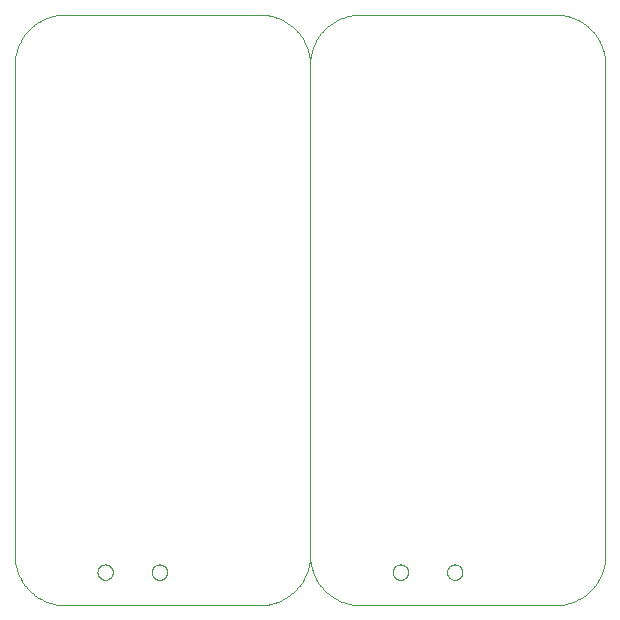
<source format=gko>
G75*
%MOIN*%
%OFA0B0*%
%FSLAX25Y25*%
%IPPOS*%
%LPD*%
%AMOC8*
5,1,8,0,0,1.08239X$1,22.5*
%
%ADD10C,0.00000*%
D10*
X0018503Y0060455D02*
X0083522Y0060455D01*
X0083926Y0060460D01*
X0084329Y0060475D01*
X0084732Y0060499D01*
X0085134Y0060533D01*
X0085535Y0060577D01*
X0085935Y0060630D01*
X0086334Y0060693D01*
X0086731Y0060766D01*
X0087126Y0060849D01*
X0087519Y0060940D01*
X0087910Y0061042D01*
X0088298Y0061152D01*
X0088684Y0061273D01*
X0089066Y0061402D01*
X0089445Y0061540D01*
X0089821Y0061688D01*
X0090193Y0061845D01*
X0090561Y0062010D01*
X0090925Y0062185D01*
X0091284Y0062368D01*
X0091639Y0062560D01*
X0091990Y0062761D01*
X0092335Y0062969D01*
X0092675Y0063186D01*
X0093010Y0063412D01*
X0093340Y0063645D01*
X0093663Y0063886D01*
X0093981Y0064135D01*
X0094293Y0064392D01*
X0094598Y0064656D01*
X0094897Y0064927D01*
X0095189Y0065205D01*
X0095475Y0065491D01*
X0095753Y0065783D01*
X0096024Y0066082D01*
X0096288Y0066387D01*
X0096545Y0066699D01*
X0096794Y0067017D01*
X0097035Y0067340D01*
X0097268Y0067670D01*
X0097494Y0068005D01*
X0097711Y0068345D01*
X0097919Y0068690D01*
X0098120Y0069041D01*
X0098312Y0069396D01*
X0098495Y0069755D01*
X0098670Y0070119D01*
X0098835Y0070487D01*
X0098992Y0070859D01*
X0099140Y0071235D01*
X0099278Y0071614D01*
X0099407Y0071996D01*
X0099528Y0072382D01*
X0099638Y0072770D01*
X0099740Y0073161D01*
X0099831Y0073554D01*
X0099914Y0073949D01*
X0099987Y0074346D01*
X0100050Y0074745D01*
X0100103Y0075145D01*
X0100147Y0075546D01*
X0100181Y0075948D01*
X0100205Y0076351D01*
X0100220Y0076754D01*
X0100225Y0077158D01*
X0100225Y0240602D01*
X0100225Y0077158D01*
X0100226Y0077158D02*
X0100231Y0076754D01*
X0100246Y0076351D01*
X0100270Y0075948D01*
X0100304Y0075546D01*
X0100348Y0075145D01*
X0100401Y0074745D01*
X0100464Y0074346D01*
X0100537Y0073949D01*
X0100620Y0073554D01*
X0100711Y0073161D01*
X0100813Y0072770D01*
X0100923Y0072382D01*
X0101044Y0071996D01*
X0101173Y0071614D01*
X0101311Y0071235D01*
X0101459Y0070859D01*
X0101616Y0070487D01*
X0101781Y0070119D01*
X0101956Y0069755D01*
X0102139Y0069396D01*
X0102331Y0069041D01*
X0102532Y0068690D01*
X0102740Y0068345D01*
X0102957Y0068005D01*
X0103183Y0067670D01*
X0103416Y0067340D01*
X0103657Y0067017D01*
X0103906Y0066699D01*
X0104163Y0066387D01*
X0104427Y0066082D01*
X0104698Y0065783D01*
X0104976Y0065491D01*
X0105262Y0065205D01*
X0105554Y0064927D01*
X0105853Y0064656D01*
X0106158Y0064392D01*
X0106470Y0064135D01*
X0106788Y0063886D01*
X0107111Y0063645D01*
X0107441Y0063412D01*
X0107776Y0063186D01*
X0108116Y0062969D01*
X0108461Y0062761D01*
X0108812Y0062560D01*
X0109167Y0062368D01*
X0109526Y0062185D01*
X0109890Y0062010D01*
X0110258Y0061845D01*
X0110630Y0061688D01*
X0111006Y0061540D01*
X0111385Y0061402D01*
X0111767Y0061273D01*
X0112153Y0061152D01*
X0112541Y0061042D01*
X0112932Y0060940D01*
X0113325Y0060849D01*
X0113720Y0060766D01*
X0114117Y0060693D01*
X0114516Y0060630D01*
X0114916Y0060577D01*
X0115317Y0060533D01*
X0115719Y0060499D01*
X0116122Y0060475D01*
X0116525Y0060460D01*
X0116929Y0060455D01*
X0181947Y0060455D01*
X0182351Y0060460D01*
X0182754Y0060475D01*
X0183157Y0060499D01*
X0183559Y0060533D01*
X0183960Y0060577D01*
X0184360Y0060630D01*
X0184759Y0060693D01*
X0185156Y0060766D01*
X0185551Y0060849D01*
X0185944Y0060940D01*
X0186335Y0061042D01*
X0186723Y0061152D01*
X0187109Y0061273D01*
X0187491Y0061402D01*
X0187870Y0061540D01*
X0188246Y0061688D01*
X0188618Y0061845D01*
X0188986Y0062010D01*
X0189350Y0062185D01*
X0189709Y0062368D01*
X0190064Y0062560D01*
X0190415Y0062761D01*
X0190760Y0062969D01*
X0191100Y0063186D01*
X0191435Y0063412D01*
X0191765Y0063645D01*
X0192088Y0063886D01*
X0192406Y0064135D01*
X0192718Y0064392D01*
X0193023Y0064656D01*
X0193322Y0064927D01*
X0193614Y0065205D01*
X0193900Y0065491D01*
X0194178Y0065783D01*
X0194449Y0066082D01*
X0194713Y0066387D01*
X0194970Y0066699D01*
X0195219Y0067017D01*
X0195460Y0067340D01*
X0195693Y0067670D01*
X0195919Y0068005D01*
X0196136Y0068345D01*
X0196344Y0068690D01*
X0196545Y0069041D01*
X0196737Y0069396D01*
X0196920Y0069755D01*
X0197095Y0070119D01*
X0197260Y0070487D01*
X0197417Y0070859D01*
X0197565Y0071235D01*
X0197703Y0071614D01*
X0197832Y0071996D01*
X0197953Y0072382D01*
X0198063Y0072770D01*
X0198165Y0073161D01*
X0198256Y0073554D01*
X0198339Y0073949D01*
X0198412Y0074346D01*
X0198475Y0074745D01*
X0198528Y0075145D01*
X0198572Y0075546D01*
X0198606Y0075948D01*
X0198630Y0076351D01*
X0198645Y0076754D01*
X0198650Y0077158D01*
X0198650Y0240602D01*
X0198645Y0241006D01*
X0198630Y0241409D01*
X0198606Y0241812D01*
X0198572Y0242214D01*
X0198528Y0242615D01*
X0198475Y0243015D01*
X0198412Y0243414D01*
X0198339Y0243811D01*
X0198256Y0244206D01*
X0198165Y0244599D01*
X0198063Y0244990D01*
X0197953Y0245378D01*
X0197832Y0245764D01*
X0197703Y0246146D01*
X0197565Y0246525D01*
X0197417Y0246901D01*
X0197260Y0247273D01*
X0197095Y0247641D01*
X0196920Y0248005D01*
X0196737Y0248364D01*
X0196545Y0248719D01*
X0196344Y0249070D01*
X0196136Y0249415D01*
X0195919Y0249755D01*
X0195693Y0250090D01*
X0195460Y0250420D01*
X0195219Y0250743D01*
X0194970Y0251061D01*
X0194713Y0251373D01*
X0194449Y0251678D01*
X0194178Y0251977D01*
X0193900Y0252269D01*
X0193614Y0252555D01*
X0193322Y0252833D01*
X0193023Y0253104D01*
X0192718Y0253368D01*
X0192406Y0253625D01*
X0192088Y0253874D01*
X0191765Y0254115D01*
X0191435Y0254348D01*
X0191100Y0254574D01*
X0190760Y0254791D01*
X0190415Y0254999D01*
X0190064Y0255200D01*
X0189709Y0255392D01*
X0189350Y0255575D01*
X0188986Y0255750D01*
X0188618Y0255915D01*
X0188246Y0256072D01*
X0187870Y0256220D01*
X0187491Y0256358D01*
X0187109Y0256487D01*
X0186723Y0256608D01*
X0186335Y0256718D01*
X0185944Y0256820D01*
X0185551Y0256911D01*
X0185156Y0256994D01*
X0184759Y0257067D01*
X0184360Y0257130D01*
X0183960Y0257183D01*
X0183559Y0257227D01*
X0183157Y0257261D01*
X0182754Y0257285D01*
X0182351Y0257300D01*
X0181947Y0257305D01*
X0181947Y0257306D02*
X0116929Y0257306D01*
X0116929Y0257305D02*
X0116525Y0257300D01*
X0116122Y0257285D01*
X0115719Y0257261D01*
X0115317Y0257227D01*
X0114916Y0257183D01*
X0114516Y0257130D01*
X0114117Y0257067D01*
X0113720Y0256994D01*
X0113325Y0256911D01*
X0112932Y0256820D01*
X0112541Y0256718D01*
X0112153Y0256608D01*
X0111767Y0256487D01*
X0111385Y0256358D01*
X0111006Y0256220D01*
X0110630Y0256072D01*
X0110258Y0255915D01*
X0109890Y0255750D01*
X0109526Y0255575D01*
X0109167Y0255392D01*
X0108812Y0255200D01*
X0108461Y0254999D01*
X0108116Y0254791D01*
X0107776Y0254574D01*
X0107441Y0254348D01*
X0107111Y0254115D01*
X0106788Y0253874D01*
X0106470Y0253625D01*
X0106158Y0253368D01*
X0105853Y0253104D01*
X0105554Y0252833D01*
X0105262Y0252555D01*
X0104976Y0252269D01*
X0104698Y0251977D01*
X0104427Y0251678D01*
X0104163Y0251373D01*
X0103906Y0251061D01*
X0103657Y0250743D01*
X0103416Y0250420D01*
X0103183Y0250090D01*
X0102957Y0249755D01*
X0102740Y0249415D01*
X0102532Y0249070D01*
X0102331Y0248719D01*
X0102139Y0248364D01*
X0101956Y0248005D01*
X0101781Y0247641D01*
X0101616Y0247273D01*
X0101459Y0246901D01*
X0101311Y0246525D01*
X0101173Y0246146D01*
X0101044Y0245764D01*
X0100923Y0245378D01*
X0100813Y0244990D01*
X0100711Y0244599D01*
X0100620Y0244206D01*
X0100537Y0243811D01*
X0100464Y0243414D01*
X0100401Y0243015D01*
X0100348Y0242615D01*
X0100304Y0242214D01*
X0100270Y0241812D01*
X0100246Y0241409D01*
X0100231Y0241006D01*
X0100226Y0240602D01*
X0100225Y0240602D02*
X0100220Y0241006D01*
X0100205Y0241409D01*
X0100181Y0241812D01*
X0100147Y0242214D01*
X0100103Y0242615D01*
X0100050Y0243015D01*
X0099987Y0243414D01*
X0099914Y0243811D01*
X0099831Y0244206D01*
X0099740Y0244599D01*
X0099638Y0244990D01*
X0099528Y0245378D01*
X0099407Y0245764D01*
X0099278Y0246146D01*
X0099140Y0246525D01*
X0098992Y0246901D01*
X0098835Y0247273D01*
X0098670Y0247641D01*
X0098495Y0248005D01*
X0098312Y0248364D01*
X0098120Y0248719D01*
X0097919Y0249070D01*
X0097711Y0249415D01*
X0097494Y0249755D01*
X0097268Y0250090D01*
X0097035Y0250420D01*
X0096794Y0250743D01*
X0096545Y0251061D01*
X0096288Y0251373D01*
X0096024Y0251678D01*
X0095753Y0251977D01*
X0095475Y0252269D01*
X0095189Y0252555D01*
X0094897Y0252833D01*
X0094598Y0253104D01*
X0094293Y0253368D01*
X0093981Y0253625D01*
X0093663Y0253874D01*
X0093340Y0254115D01*
X0093010Y0254348D01*
X0092675Y0254574D01*
X0092335Y0254791D01*
X0091990Y0254999D01*
X0091639Y0255200D01*
X0091284Y0255392D01*
X0090925Y0255575D01*
X0090561Y0255750D01*
X0090193Y0255915D01*
X0089821Y0256072D01*
X0089445Y0256220D01*
X0089066Y0256358D01*
X0088684Y0256487D01*
X0088298Y0256608D01*
X0087910Y0256718D01*
X0087519Y0256820D01*
X0087126Y0256911D01*
X0086731Y0256994D01*
X0086334Y0257067D01*
X0085935Y0257130D01*
X0085535Y0257183D01*
X0085134Y0257227D01*
X0084732Y0257261D01*
X0084329Y0257285D01*
X0083926Y0257300D01*
X0083522Y0257305D01*
X0083522Y0257306D02*
X0018503Y0257306D01*
X0018503Y0257305D02*
X0018099Y0257300D01*
X0017696Y0257285D01*
X0017293Y0257261D01*
X0016891Y0257227D01*
X0016490Y0257183D01*
X0016090Y0257130D01*
X0015691Y0257067D01*
X0015294Y0256994D01*
X0014899Y0256911D01*
X0014506Y0256820D01*
X0014115Y0256718D01*
X0013727Y0256608D01*
X0013341Y0256487D01*
X0012959Y0256358D01*
X0012580Y0256220D01*
X0012204Y0256072D01*
X0011832Y0255915D01*
X0011464Y0255750D01*
X0011100Y0255575D01*
X0010741Y0255392D01*
X0010386Y0255200D01*
X0010035Y0254999D01*
X0009690Y0254791D01*
X0009350Y0254574D01*
X0009015Y0254348D01*
X0008685Y0254115D01*
X0008362Y0253874D01*
X0008044Y0253625D01*
X0007732Y0253368D01*
X0007427Y0253104D01*
X0007128Y0252833D01*
X0006836Y0252555D01*
X0006550Y0252269D01*
X0006272Y0251977D01*
X0006001Y0251678D01*
X0005737Y0251373D01*
X0005480Y0251061D01*
X0005231Y0250743D01*
X0004990Y0250420D01*
X0004757Y0250090D01*
X0004531Y0249755D01*
X0004314Y0249415D01*
X0004106Y0249070D01*
X0003905Y0248719D01*
X0003713Y0248364D01*
X0003530Y0248005D01*
X0003355Y0247641D01*
X0003190Y0247273D01*
X0003033Y0246901D01*
X0002885Y0246525D01*
X0002747Y0246146D01*
X0002618Y0245764D01*
X0002497Y0245378D01*
X0002387Y0244990D01*
X0002285Y0244599D01*
X0002194Y0244206D01*
X0002111Y0243811D01*
X0002038Y0243414D01*
X0001975Y0243015D01*
X0001922Y0242615D01*
X0001878Y0242214D01*
X0001844Y0241812D01*
X0001820Y0241409D01*
X0001805Y0241006D01*
X0001800Y0240602D01*
X0001800Y0077158D01*
X0001805Y0076754D01*
X0001820Y0076351D01*
X0001844Y0075948D01*
X0001878Y0075546D01*
X0001922Y0075145D01*
X0001975Y0074745D01*
X0002038Y0074346D01*
X0002111Y0073949D01*
X0002194Y0073554D01*
X0002285Y0073161D01*
X0002387Y0072770D01*
X0002497Y0072382D01*
X0002618Y0071996D01*
X0002747Y0071614D01*
X0002885Y0071235D01*
X0003033Y0070859D01*
X0003190Y0070487D01*
X0003355Y0070119D01*
X0003530Y0069755D01*
X0003713Y0069396D01*
X0003905Y0069041D01*
X0004106Y0068690D01*
X0004314Y0068345D01*
X0004531Y0068005D01*
X0004757Y0067670D01*
X0004990Y0067340D01*
X0005231Y0067017D01*
X0005480Y0066699D01*
X0005737Y0066387D01*
X0006001Y0066082D01*
X0006272Y0065783D01*
X0006550Y0065491D01*
X0006836Y0065205D01*
X0007128Y0064927D01*
X0007427Y0064656D01*
X0007732Y0064392D01*
X0008044Y0064135D01*
X0008362Y0063886D01*
X0008685Y0063645D01*
X0009015Y0063412D01*
X0009350Y0063186D01*
X0009690Y0062969D01*
X0010035Y0062761D01*
X0010386Y0062560D01*
X0010741Y0062368D01*
X0011100Y0062185D01*
X0011464Y0062010D01*
X0011832Y0061845D01*
X0012204Y0061688D01*
X0012580Y0061540D01*
X0012959Y0061402D01*
X0013341Y0061273D01*
X0013727Y0061152D01*
X0014115Y0061042D01*
X0014506Y0060940D01*
X0014899Y0060849D01*
X0015294Y0060766D01*
X0015691Y0060693D01*
X0016090Y0060630D01*
X0016490Y0060577D01*
X0016891Y0060533D01*
X0017293Y0060499D01*
X0017696Y0060475D01*
X0018099Y0060460D01*
X0018503Y0060455D01*
X0029359Y0071479D02*
X0029361Y0071580D01*
X0029367Y0071681D01*
X0029377Y0071782D01*
X0029391Y0071882D01*
X0029409Y0071981D01*
X0029431Y0072080D01*
X0029456Y0072178D01*
X0029486Y0072275D01*
X0029519Y0072370D01*
X0029556Y0072464D01*
X0029597Y0072557D01*
X0029641Y0072648D01*
X0029689Y0072737D01*
X0029741Y0072824D01*
X0029796Y0072909D01*
X0029854Y0072991D01*
X0029915Y0073072D01*
X0029980Y0073150D01*
X0030047Y0073225D01*
X0030117Y0073297D01*
X0030191Y0073367D01*
X0030267Y0073434D01*
X0030345Y0073498D01*
X0030426Y0073558D01*
X0030509Y0073615D01*
X0030595Y0073669D01*
X0030683Y0073720D01*
X0030772Y0073767D01*
X0030863Y0073811D01*
X0030956Y0073850D01*
X0031051Y0073887D01*
X0031146Y0073919D01*
X0031243Y0073948D01*
X0031342Y0073972D01*
X0031440Y0073993D01*
X0031540Y0074010D01*
X0031640Y0074023D01*
X0031741Y0074032D01*
X0031842Y0074037D01*
X0031943Y0074038D01*
X0032044Y0074035D01*
X0032145Y0074028D01*
X0032246Y0074017D01*
X0032346Y0074002D01*
X0032445Y0073983D01*
X0032544Y0073960D01*
X0032641Y0073934D01*
X0032738Y0073903D01*
X0032833Y0073869D01*
X0032926Y0073831D01*
X0033019Y0073789D01*
X0033109Y0073744D01*
X0033198Y0073695D01*
X0033284Y0073643D01*
X0033368Y0073587D01*
X0033451Y0073528D01*
X0033530Y0073466D01*
X0033608Y0073401D01*
X0033682Y0073333D01*
X0033754Y0073261D01*
X0033823Y0073188D01*
X0033889Y0073111D01*
X0033952Y0073032D01*
X0034012Y0072950D01*
X0034068Y0072866D01*
X0034121Y0072780D01*
X0034171Y0072692D01*
X0034217Y0072602D01*
X0034260Y0072511D01*
X0034299Y0072417D01*
X0034334Y0072322D01*
X0034365Y0072226D01*
X0034393Y0072129D01*
X0034417Y0072031D01*
X0034437Y0071932D01*
X0034453Y0071832D01*
X0034465Y0071731D01*
X0034473Y0071631D01*
X0034477Y0071530D01*
X0034477Y0071428D01*
X0034473Y0071327D01*
X0034465Y0071227D01*
X0034453Y0071126D01*
X0034437Y0071026D01*
X0034417Y0070927D01*
X0034393Y0070829D01*
X0034365Y0070732D01*
X0034334Y0070636D01*
X0034299Y0070541D01*
X0034260Y0070447D01*
X0034217Y0070356D01*
X0034171Y0070266D01*
X0034121Y0070178D01*
X0034068Y0070092D01*
X0034012Y0070008D01*
X0033952Y0069926D01*
X0033889Y0069847D01*
X0033823Y0069770D01*
X0033754Y0069697D01*
X0033682Y0069625D01*
X0033608Y0069557D01*
X0033530Y0069492D01*
X0033451Y0069430D01*
X0033368Y0069371D01*
X0033284Y0069315D01*
X0033197Y0069263D01*
X0033109Y0069214D01*
X0033019Y0069169D01*
X0032926Y0069127D01*
X0032833Y0069089D01*
X0032738Y0069055D01*
X0032641Y0069024D01*
X0032544Y0068998D01*
X0032445Y0068975D01*
X0032346Y0068956D01*
X0032246Y0068941D01*
X0032145Y0068930D01*
X0032044Y0068923D01*
X0031943Y0068920D01*
X0031842Y0068921D01*
X0031741Y0068926D01*
X0031640Y0068935D01*
X0031540Y0068948D01*
X0031440Y0068965D01*
X0031342Y0068986D01*
X0031243Y0069010D01*
X0031146Y0069039D01*
X0031051Y0069071D01*
X0030956Y0069108D01*
X0030863Y0069147D01*
X0030772Y0069191D01*
X0030683Y0069238D01*
X0030595Y0069289D01*
X0030509Y0069343D01*
X0030426Y0069400D01*
X0030345Y0069460D01*
X0030267Y0069524D01*
X0030191Y0069591D01*
X0030117Y0069661D01*
X0030047Y0069733D01*
X0029980Y0069808D01*
X0029915Y0069886D01*
X0029854Y0069967D01*
X0029796Y0070049D01*
X0029741Y0070134D01*
X0029689Y0070221D01*
X0029641Y0070310D01*
X0029597Y0070401D01*
X0029556Y0070494D01*
X0029519Y0070588D01*
X0029486Y0070683D01*
X0029456Y0070780D01*
X0029431Y0070878D01*
X0029409Y0070977D01*
X0029391Y0071076D01*
X0029377Y0071176D01*
X0029367Y0071277D01*
X0029361Y0071378D01*
X0029359Y0071479D01*
X0047469Y0071479D02*
X0047471Y0071580D01*
X0047477Y0071681D01*
X0047487Y0071782D01*
X0047501Y0071882D01*
X0047519Y0071981D01*
X0047541Y0072080D01*
X0047566Y0072178D01*
X0047596Y0072275D01*
X0047629Y0072370D01*
X0047666Y0072464D01*
X0047707Y0072557D01*
X0047751Y0072648D01*
X0047799Y0072737D01*
X0047851Y0072824D01*
X0047906Y0072909D01*
X0047964Y0072991D01*
X0048025Y0073072D01*
X0048090Y0073150D01*
X0048157Y0073225D01*
X0048227Y0073297D01*
X0048301Y0073367D01*
X0048377Y0073434D01*
X0048455Y0073498D01*
X0048536Y0073558D01*
X0048619Y0073615D01*
X0048705Y0073669D01*
X0048793Y0073720D01*
X0048882Y0073767D01*
X0048973Y0073811D01*
X0049066Y0073850D01*
X0049161Y0073887D01*
X0049256Y0073919D01*
X0049353Y0073948D01*
X0049452Y0073972D01*
X0049550Y0073993D01*
X0049650Y0074010D01*
X0049750Y0074023D01*
X0049851Y0074032D01*
X0049952Y0074037D01*
X0050053Y0074038D01*
X0050154Y0074035D01*
X0050255Y0074028D01*
X0050356Y0074017D01*
X0050456Y0074002D01*
X0050555Y0073983D01*
X0050654Y0073960D01*
X0050751Y0073934D01*
X0050848Y0073903D01*
X0050943Y0073869D01*
X0051036Y0073831D01*
X0051129Y0073789D01*
X0051219Y0073744D01*
X0051308Y0073695D01*
X0051394Y0073643D01*
X0051478Y0073587D01*
X0051561Y0073528D01*
X0051640Y0073466D01*
X0051718Y0073401D01*
X0051792Y0073333D01*
X0051864Y0073261D01*
X0051933Y0073188D01*
X0051999Y0073111D01*
X0052062Y0073032D01*
X0052122Y0072950D01*
X0052178Y0072866D01*
X0052231Y0072780D01*
X0052281Y0072692D01*
X0052327Y0072602D01*
X0052370Y0072511D01*
X0052409Y0072417D01*
X0052444Y0072322D01*
X0052475Y0072226D01*
X0052503Y0072129D01*
X0052527Y0072031D01*
X0052547Y0071932D01*
X0052563Y0071832D01*
X0052575Y0071731D01*
X0052583Y0071631D01*
X0052587Y0071530D01*
X0052587Y0071428D01*
X0052583Y0071327D01*
X0052575Y0071227D01*
X0052563Y0071126D01*
X0052547Y0071026D01*
X0052527Y0070927D01*
X0052503Y0070829D01*
X0052475Y0070732D01*
X0052444Y0070636D01*
X0052409Y0070541D01*
X0052370Y0070447D01*
X0052327Y0070356D01*
X0052281Y0070266D01*
X0052231Y0070178D01*
X0052178Y0070092D01*
X0052122Y0070008D01*
X0052062Y0069926D01*
X0051999Y0069847D01*
X0051933Y0069770D01*
X0051864Y0069697D01*
X0051792Y0069625D01*
X0051718Y0069557D01*
X0051640Y0069492D01*
X0051561Y0069430D01*
X0051478Y0069371D01*
X0051394Y0069315D01*
X0051307Y0069263D01*
X0051219Y0069214D01*
X0051129Y0069169D01*
X0051036Y0069127D01*
X0050943Y0069089D01*
X0050848Y0069055D01*
X0050751Y0069024D01*
X0050654Y0068998D01*
X0050555Y0068975D01*
X0050456Y0068956D01*
X0050356Y0068941D01*
X0050255Y0068930D01*
X0050154Y0068923D01*
X0050053Y0068920D01*
X0049952Y0068921D01*
X0049851Y0068926D01*
X0049750Y0068935D01*
X0049650Y0068948D01*
X0049550Y0068965D01*
X0049452Y0068986D01*
X0049353Y0069010D01*
X0049256Y0069039D01*
X0049161Y0069071D01*
X0049066Y0069108D01*
X0048973Y0069147D01*
X0048882Y0069191D01*
X0048793Y0069238D01*
X0048705Y0069289D01*
X0048619Y0069343D01*
X0048536Y0069400D01*
X0048455Y0069460D01*
X0048377Y0069524D01*
X0048301Y0069591D01*
X0048227Y0069661D01*
X0048157Y0069733D01*
X0048090Y0069808D01*
X0048025Y0069886D01*
X0047964Y0069967D01*
X0047906Y0070049D01*
X0047851Y0070134D01*
X0047799Y0070221D01*
X0047751Y0070310D01*
X0047707Y0070401D01*
X0047666Y0070494D01*
X0047629Y0070588D01*
X0047596Y0070683D01*
X0047566Y0070780D01*
X0047541Y0070878D01*
X0047519Y0070977D01*
X0047501Y0071076D01*
X0047487Y0071176D01*
X0047477Y0071277D01*
X0047471Y0071378D01*
X0047469Y0071479D01*
X0127784Y0071479D02*
X0127786Y0071580D01*
X0127792Y0071681D01*
X0127802Y0071782D01*
X0127816Y0071882D01*
X0127834Y0071981D01*
X0127856Y0072080D01*
X0127881Y0072178D01*
X0127911Y0072275D01*
X0127944Y0072370D01*
X0127981Y0072464D01*
X0128022Y0072557D01*
X0128066Y0072648D01*
X0128114Y0072737D01*
X0128166Y0072824D01*
X0128221Y0072909D01*
X0128279Y0072991D01*
X0128340Y0073072D01*
X0128405Y0073150D01*
X0128472Y0073225D01*
X0128542Y0073297D01*
X0128616Y0073367D01*
X0128692Y0073434D01*
X0128770Y0073498D01*
X0128851Y0073558D01*
X0128934Y0073615D01*
X0129020Y0073669D01*
X0129108Y0073720D01*
X0129197Y0073767D01*
X0129288Y0073811D01*
X0129381Y0073850D01*
X0129476Y0073887D01*
X0129571Y0073919D01*
X0129668Y0073948D01*
X0129767Y0073972D01*
X0129865Y0073993D01*
X0129965Y0074010D01*
X0130065Y0074023D01*
X0130166Y0074032D01*
X0130267Y0074037D01*
X0130368Y0074038D01*
X0130469Y0074035D01*
X0130570Y0074028D01*
X0130671Y0074017D01*
X0130771Y0074002D01*
X0130870Y0073983D01*
X0130969Y0073960D01*
X0131066Y0073934D01*
X0131163Y0073903D01*
X0131258Y0073869D01*
X0131351Y0073831D01*
X0131444Y0073789D01*
X0131534Y0073744D01*
X0131623Y0073695D01*
X0131709Y0073643D01*
X0131793Y0073587D01*
X0131876Y0073528D01*
X0131955Y0073466D01*
X0132033Y0073401D01*
X0132107Y0073333D01*
X0132179Y0073261D01*
X0132248Y0073188D01*
X0132314Y0073111D01*
X0132377Y0073032D01*
X0132437Y0072950D01*
X0132493Y0072866D01*
X0132546Y0072780D01*
X0132596Y0072692D01*
X0132642Y0072602D01*
X0132685Y0072511D01*
X0132724Y0072417D01*
X0132759Y0072322D01*
X0132790Y0072226D01*
X0132818Y0072129D01*
X0132842Y0072031D01*
X0132862Y0071932D01*
X0132878Y0071832D01*
X0132890Y0071731D01*
X0132898Y0071631D01*
X0132902Y0071530D01*
X0132902Y0071428D01*
X0132898Y0071327D01*
X0132890Y0071227D01*
X0132878Y0071126D01*
X0132862Y0071026D01*
X0132842Y0070927D01*
X0132818Y0070829D01*
X0132790Y0070732D01*
X0132759Y0070636D01*
X0132724Y0070541D01*
X0132685Y0070447D01*
X0132642Y0070356D01*
X0132596Y0070266D01*
X0132546Y0070178D01*
X0132493Y0070092D01*
X0132437Y0070008D01*
X0132377Y0069926D01*
X0132314Y0069847D01*
X0132248Y0069770D01*
X0132179Y0069697D01*
X0132107Y0069625D01*
X0132033Y0069557D01*
X0131955Y0069492D01*
X0131876Y0069430D01*
X0131793Y0069371D01*
X0131709Y0069315D01*
X0131622Y0069263D01*
X0131534Y0069214D01*
X0131444Y0069169D01*
X0131351Y0069127D01*
X0131258Y0069089D01*
X0131163Y0069055D01*
X0131066Y0069024D01*
X0130969Y0068998D01*
X0130870Y0068975D01*
X0130771Y0068956D01*
X0130671Y0068941D01*
X0130570Y0068930D01*
X0130469Y0068923D01*
X0130368Y0068920D01*
X0130267Y0068921D01*
X0130166Y0068926D01*
X0130065Y0068935D01*
X0129965Y0068948D01*
X0129865Y0068965D01*
X0129767Y0068986D01*
X0129668Y0069010D01*
X0129571Y0069039D01*
X0129476Y0069071D01*
X0129381Y0069108D01*
X0129288Y0069147D01*
X0129197Y0069191D01*
X0129108Y0069238D01*
X0129020Y0069289D01*
X0128934Y0069343D01*
X0128851Y0069400D01*
X0128770Y0069460D01*
X0128692Y0069524D01*
X0128616Y0069591D01*
X0128542Y0069661D01*
X0128472Y0069733D01*
X0128405Y0069808D01*
X0128340Y0069886D01*
X0128279Y0069967D01*
X0128221Y0070049D01*
X0128166Y0070134D01*
X0128114Y0070221D01*
X0128066Y0070310D01*
X0128022Y0070401D01*
X0127981Y0070494D01*
X0127944Y0070588D01*
X0127911Y0070683D01*
X0127881Y0070780D01*
X0127856Y0070878D01*
X0127834Y0070977D01*
X0127816Y0071076D01*
X0127802Y0071176D01*
X0127792Y0071277D01*
X0127786Y0071378D01*
X0127784Y0071479D01*
X0145895Y0071479D02*
X0145897Y0071580D01*
X0145903Y0071681D01*
X0145913Y0071782D01*
X0145927Y0071882D01*
X0145945Y0071981D01*
X0145967Y0072080D01*
X0145992Y0072178D01*
X0146022Y0072275D01*
X0146055Y0072370D01*
X0146092Y0072464D01*
X0146133Y0072557D01*
X0146177Y0072648D01*
X0146225Y0072737D01*
X0146277Y0072824D01*
X0146332Y0072909D01*
X0146390Y0072991D01*
X0146451Y0073072D01*
X0146516Y0073150D01*
X0146583Y0073225D01*
X0146653Y0073297D01*
X0146727Y0073367D01*
X0146803Y0073434D01*
X0146881Y0073498D01*
X0146962Y0073558D01*
X0147045Y0073615D01*
X0147131Y0073669D01*
X0147219Y0073720D01*
X0147308Y0073767D01*
X0147399Y0073811D01*
X0147492Y0073850D01*
X0147587Y0073887D01*
X0147682Y0073919D01*
X0147779Y0073948D01*
X0147878Y0073972D01*
X0147976Y0073993D01*
X0148076Y0074010D01*
X0148176Y0074023D01*
X0148277Y0074032D01*
X0148378Y0074037D01*
X0148479Y0074038D01*
X0148580Y0074035D01*
X0148681Y0074028D01*
X0148782Y0074017D01*
X0148882Y0074002D01*
X0148981Y0073983D01*
X0149080Y0073960D01*
X0149177Y0073934D01*
X0149274Y0073903D01*
X0149369Y0073869D01*
X0149462Y0073831D01*
X0149555Y0073789D01*
X0149645Y0073744D01*
X0149734Y0073695D01*
X0149820Y0073643D01*
X0149904Y0073587D01*
X0149987Y0073528D01*
X0150066Y0073466D01*
X0150144Y0073401D01*
X0150218Y0073333D01*
X0150290Y0073261D01*
X0150359Y0073188D01*
X0150425Y0073111D01*
X0150488Y0073032D01*
X0150548Y0072950D01*
X0150604Y0072866D01*
X0150657Y0072780D01*
X0150707Y0072692D01*
X0150753Y0072602D01*
X0150796Y0072511D01*
X0150835Y0072417D01*
X0150870Y0072322D01*
X0150901Y0072226D01*
X0150929Y0072129D01*
X0150953Y0072031D01*
X0150973Y0071932D01*
X0150989Y0071832D01*
X0151001Y0071731D01*
X0151009Y0071631D01*
X0151013Y0071530D01*
X0151013Y0071428D01*
X0151009Y0071327D01*
X0151001Y0071227D01*
X0150989Y0071126D01*
X0150973Y0071026D01*
X0150953Y0070927D01*
X0150929Y0070829D01*
X0150901Y0070732D01*
X0150870Y0070636D01*
X0150835Y0070541D01*
X0150796Y0070447D01*
X0150753Y0070356D01*
X0150707Y0070266D01*
X0150657Y0070178D01*
X0150604Y0070092D01*
X0150548Y0070008D01*
X0150488Y0069926D01*
X0150425Y0069847D01*
X0150359Y0069770D01*
X0150290Y0069697D01*
X0150218Y0069625D01*
X0150144Y0069557D01*
X0150066Y0069492D01*
X0149987Y0069430D01*
X0149904Y0069371D01*
X0149820Y0069315D01*
X0149733Y0069263D01*
X0149645Y0069214D01*
X0149555Y0069169D01*
X0149462Y0069127D01*
X0149369Y0069089D01*
X0149274Y0069055D01*
X0149177Y0069024D01*
X0149080Y0068998D01*
X0148981Y0068975D01*
X0148882Y0068956D01*
X0148782Y0068941D01*
X0148681Y0068930D01*
X0148580Y0068923D01*
X0148479Y0068920D01*
X0148378Y0068921D01*
X0148277Y0068926D01*
X0148176Y0068935D01*
X0148076Y0068948D01*
X0147976Y0068965D01*
X0147878Y0068986D01*
X0147779Y0069010D01*
X0147682Y0069039D01*
X0147587Y0069071D01*
X0147492Y0069108D01*
X0147399Y0069147D01*
X0147308Y0069191D01*
X0147219Y0069238D01*
X0147131Y0069289D01*
X0147045Y0069343D01*
X0146962Y0069400D01*
X0146881Y0069460D01*
X0146803Y0069524D01*
X0146727Y0069591D01*
X0146653Y0069661D01*
X0146583Y0069733D01*
X0146516Y0069808D01*
X0146451Y0069886D01*
X0146390Y0069967D01*
X0146332Y0070049D01*
X0146277Y0070134D01*
X0146225Y0070221D01*
X0146177Y0070310D01*
X0146133Y0070401D01*
X0146092Y0070494D01*
X0146055Y0070588D01*
X0146022Y0070683D01*
X0145992Y0070780D01*
X0145967Y0070878D01*
X0145945Y0070977D01*
X0145927Y0071076D01*
X0145913Y0071176D01*
X0145903Y0071277D01*
X0145897Y0071378D01*
X0145895Y0071479D01*
M02*

</source>
